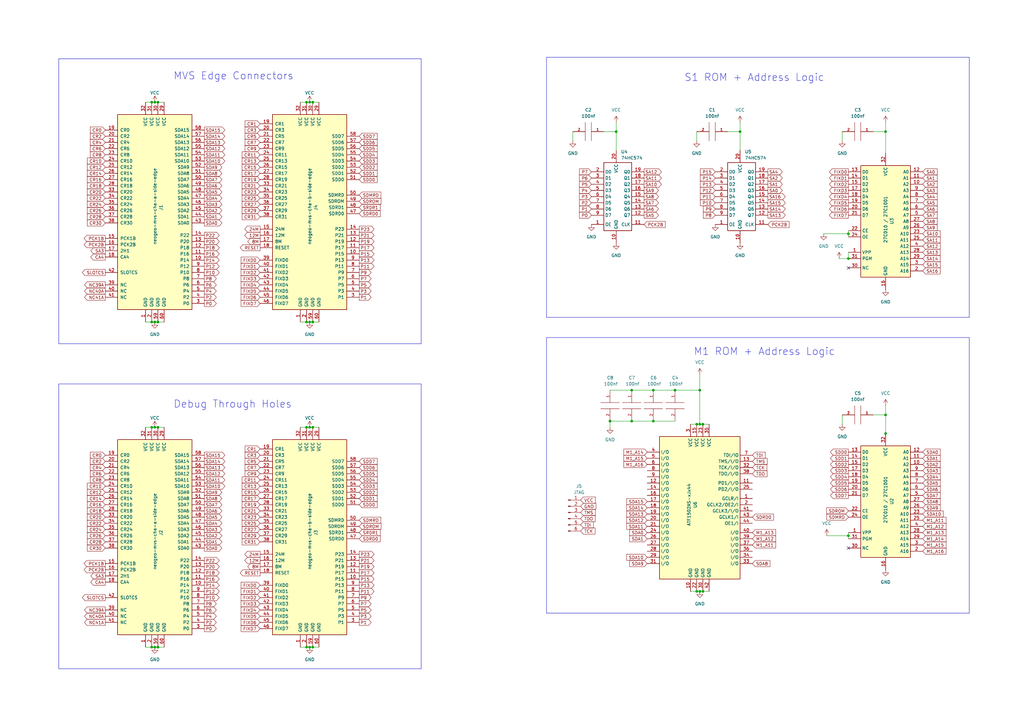
<source format=kicad_sch>
(kicad_sch (version 20230121) (generator eeschema)
  (paper "A3")
  (title_block (title "Neo Geo Diag MVS CHA Board (ATF1502AS PLCC44)") (date "${REV}") (rev "${REV}"))
  (junction (at 363.22 53.975))
  (junction (at 127 265.43))
  (junction (at 125.73 265.43))
  (junction (at 287.02 173.99))
  (junction (at 64.77 265.43))
  (junction (at 285.75 242.57))
  (junction (at 287.02 242.57))
  (junction (at 259.08 160.02))
  (junction (at 127 175.26))
  (junction (at 303.53 53.975))
  (junction (at 62.23 175.26))
  (junction (at 276.86 160.02))
  (junction (at 252.73 53.975))
  (junction (at 63.5 175.26))
  (junction (at 259.08 172.72))
  (junction (at 347.98 106.045))
  (junction (at 288.29 242.57))
  (junction (at 64.77 132.08))
  (junction (at 347.98 219.71))
  (junction (at 63.5 41.91))
  (junction (at 127 41.91))
  (junction (at 64.77 175.26))
  (junction (at 267.97 172.72))
  (junction (at 287.02 160.02))
  (junction (at 128.27 132.08))
  (junction (at 347.98 95.885))
  (junction (at 125.73 132.08))
  (junction (at 63.5 265.43))
  (junction (at 363.22 170.18))
  (junction (at 64.77 41.91))
  (junction (at 128.27 175.26))
  (junction (at 267.97 160.02))
  (junction (at 62.23 132.08))
  (junction (at 63.5 132.08))
  (junction (at 128.27 41.91))
  (junction (at 363.22 177.8))
  (junction (at 62.23 41.91))
  (junction (at 127 132.08))
  (junction (at 128.27 265.43))
  (junction (at 125.73 41.91))
  (junction (at 125.73 175.26))
  (junction (at 62.23 265.43))
  (junction (at 288.29 173.99))
  (junction (at 250.19 172.72))
  (junction (at 285.75 173.99))
  (no_connect (at 347.98 109.855))
  (no_connect (at 347.98 224.79))
  (polyline (pts (xy 224.155 130.175) (xy 397.51 130.175)) (stroke (width 0) (type solid)))
  (polyline (pts (xy 24.13 157.48) (xy 172.72 157.48)) (stroke (width 0) (type solid)))
  (wire (pts (xy 128.27 175.26) (xy 130.81 175.26)))
  (wire (pts (xy 123.19 41.91) (xy 125.73 41.91)))
  (wire (pts (xy 337.82 95.885) (xy 347.98 95.885)))
  (polyline (pts (xy 172.72 274.32) (xy 24.13 274.32)) (stroke (width 0) (type solid)))
  (wire (pts (xy 128.27 41.91) (xy 130.81 41.91)))
  (wire (pts (xy 363.22 53.975) (xy 363.22 62.865)))
  (wire (pts (xy 123.19 265.43) (xy 125.73 265.43)))
  (wire (pts (xy 123.19 175.26) (xy 125.73 175.26)))
  (wire (pts (xy 63.5 41.91) (xy 64.77 41.91)))
  (wire (pts (xy 347.98 94.615) (xy 347.98 95.885)))
  (wire (pts (xy 283.21 173.99) (xy 285.75 173.99)))
  (wire (pts (xy 127 41.91) (xy 128.27 41.91)))
  (wire (pts (xy 62.23 175.26) (xy 63.5 175.26)))
  (wire (pts (xy 59.69 175.26) (xy 62.23 175.26)))
  (wire (pts (xy 285.75 53.975) (xy 285.75 57.785)))
  (wire (pts (xy 250.19 172.72) (xy 259.08 172.72)))
  (polyline (pts (xy 224.155 251.46) (xy 224.155 138.43)) (stroke (width 0) (type solid)))
  (wire (pts (xy 345.44 170.18) (xy 345.44 173.99)))
  (wire (pts (xy 125.73 132.08) (xy 127 132.08)))
  (wire (pts (xy 287.02 173.99) (xy 288.29 173.99)))
  (wire (pts (xy 288.29 242.57) (xy 290.83 242.57)))
  (wire (pts (xy 358.14 170.18) (xy 363.22 170.18)))
  (wire (pts (xy 358.14 53.975) (xy 363.22 53.975)))
  (wire (pts (xy 62.23 265.43) (xy 63.5 265.43)))
  (polyline (pts (xy 24.13 24.13) (xy 24.13 140.97)) (stroke (width 0) (type solid)))
  (wire (pts (xy 125.73 265.43) (xy 127 265.43)))
  (wire (pts (xy 259.08 172.72) (xy 267.97 172.72)))
  (polyline (pts (xy 397.51 130.175) (xy 397.51 23.495)) (stroke (width 0) (type solid)))
  (polyline (pts (xy 24.13 24.13) (xy 172.72 24.13)) (stroke (width 0) (type solid)))
  (wire (pts (xy 252.73 50.165) (xy 252.73 53.975)))
  (wire (pts (xy 64.77 41.91) (xy 67.31 41.91)))
  (wire (pts (xy 247.65 53.975) (xy 252.73 53.975)))
  (wire (pts (xy 127 175.26) (xy 128.27 175.26)))
  (polyline (pts (xy 224.155 130.175) (xy 224.155 23.495)) (stroke (width 0) (type solid)))
  (wire (pts (xy 363.22 166.37) (xy 363.22 170.18)))
  (wire (pts (xy 62.23 41.91) (xy 63.5 41.91)))
  (polyline (pts (xy 172.72 157.48) (xy 172.72 274.32)) (stroke (width 0) (type solid)))
  (wire (pts (xy 63.5 265.43) (xy 64.77 265.43)))
  (wire (pts (xy 127 265.43) (xy 128.27 265.43)))
  (wire (pts (xy 125.73 41.91) (xy 127 41.91)))
  (wire (pts (xy 303.53 53.975) (xy 303.53 61.595)))
  (wire (pts (xy 59.69 265.43) (xy 62.23 265.43)))
  (wire (pts (xy 283.21 242.57) (xy 285.75 242.57)))
  (wire (pts (xy 347.98 218.44) (xy 347.98 219.71)))
  (polyline (pts (xy 224.155 251.46) (xy 397.51 251.46)) (stroke (width 0) (type solid)))
  (wire (pts (xy 259.08 160.02) (xy 267.97 160.02)))
  (wire (pts (xy 347.98 219.71) (xy 347.98 220.98)))
  (wire (pts (xy 64.77 132.08) (xy 67.31 132.08)))
  (wire (pts (xy 285.75 242.57) (xy 287.02 242.57)))
  (wire (pts (xy 287.02 160.02) (xy 287.02 173.99)))
  (wire (pts (xy 345.44 53.975) (xy 345.44 57.785)))
  (wire (pts (xy 287.02 242.57) (xy 288.29 242.57)))
  (wire (pts (xy 128.27 265.43) (xy 130.81 265.43)))
  (polyline (pts (xy 224.155 138.43) (xy 397.51 138.43)) (stroke (width 0) (type solid)))
  (wire (pts (xy 347.98 95.885) (xy 347.98 97.155)))
  (wire (pts (xy 125.73 175.26) (xy 127 175.26)))
  (wire (pts (xy 363.22 50.165) (xy 363.22 53.975)))
  (wire (pts (xy 347.98 103.505) (xy 347.98 106.045)))
  (wire (pts (xy 63.5 132.08) (xy 64.77 132.08)))
  (polyline (pts (xy 172.72 140.97) (xy 24.13 140.97)) (stroke (width 0) (type solid)))
  (wire (pts (xy 285.75 173.99) (xy 287.02 173.99)))
  (wire (pts (xy 363.22 177.8) (xy 363.22 179.07)))
  (wire (pts (xy 59.69 41.91) (xy 62.23 41.91)))
  (wire (pts (xy 63.5 175.26) (xy 64.77 175.26)))
  (wire (pts (xy 252.73 53.975) (xy 252.73 61.595)))
  (wire (pts (xy 250.19 160.02) (xy 259.08 160.02)))
  (wire (pts (xy 234.95 53.975) (xy 234.95 57.785)))
  (polyline (pts (xy 172.72 24.13) (xy 172.72 140.97)) (stroke (width 0) (type solid)))
  (wire (pts (xy 128.27 132.08) (xy 130.81 132.08)))
  (wire (pts (xy 123.19 132.08) (xy 125.73 132.08)))
  (wire (pts (xy 303.53 50.165) (xy 303.53 53.975)))
  (wire (pts (xy 250.19 172.72) (xy 250.19 175.26)))
  (polyline (pts (xy 397.51 251.46) (xy 397.51 138.43)) (stroke (width 0) (type solid)))
  (wire (pts (xy 298.45 53.975) (xy 303.53 53.975)))
  (wire (pts (xy 64.77 265.43) (xy 67.31 265.43)))
  (wire (pts (xy 276.86 160.02) (xy 287.02 160.02)))
  (wire (pts (xy 287.02 153.67) (xy 287.02 160.02)))
  (wire (pts (xy 363.22 170.18) (xy 363.22 177.8)))
  (wire (pts (xy 62.23 132.08) (xy 63.5 132.08)))
  (wire (pts (xy 59.69 132.08) (xy 62.23 132.08)))
  (wire (pts (xy 127 132.08) (xy 128.27 132.08)))
  (wire (pts (xy 267.97 160.02) (xy 276.86 160.02)))
  (wire (pts (xy 339.09 219.71) (xy 347.98 219.71)))
  (polyline (pts (xy 24.13 157.48) (xy 24.13 274.32)) (stroke (width 0) (type solid)))
  (wire (pts (xy 64.77 175.26) (xy 67.31 175.26)))
  (wire (pts (xy 267.97 172.72) (xy 276.86 172.72)))
  (wire (pts (xy 288.29 173.99) (xy 290.83 173.99)))
  (wire (pts (xy 344.17 106.045) (xy 347.98 106.045)))
  (polyline (pts (xy 224.155 23.495) (xy 397.51 23.495)) (stroke (width 0) (type solid)))
  (text "Debug Through Holes" (at 71.12 167.64 0) (effects (font (size 3 3)) (justify left bottom)))
  (text "MVS Edge Connectors" (at 71.12 33.02 0) (effects (font (size 3 3)) (justify left bottom)))
  (text "S1 ROM + Address Logic" (at 280.67 33.655 0) (effects (font (size 3 3)) (justify left bottom)))
  (text "M1 ROM + Address Logic" (at 284.48 146.05 0) (effects (font (size 3 3)) (justify left bottom)))
  (global_label "P5" (shape output) (at 147.32 250.19 0) (property "Intersheetrefs" "${INTERSHEET_REFS}" (effects hide)))
  (global_label "P10" (shape input) (at 293.37 83.185 180) (property "Intersheetrefs" "${INTERSHEET_REFS}" (effects hide)))
  (global_label "P14" (shape output) (at 83.82 106.68 0) (property "Intersheetrefs" "${INTERSHEET_REFS}" (effects hide)))
  (global_label "P18" (shape output) (at 83.82 234.95 0) (property "Intersheetrefs" "${INTERSHEET_REFS}" (effects hide)))
  (global_label "P0" (shape output) (at 83.82 257.81 0) (property "Intersheetrefs" "${INTERSHEET_REFS}" (effects hide)))
  (global_label "SDA0" (shape output) (at 83.82 224.79 0) (property "Intersheetrefs" "${INTERSHEET_REFS}" (effects hide)))
  (global_label "SDD5" (shape input) (at 147.32 60.96 0) (property "Intersheetrefs" "${INTERSHEET_REFS}" (effects hide)))
  (global_label "FIXD3" (shape input) (at 106.68 114.3 180) (property "Intersheetrefs" "${INTERSHEET_REFS}" (effects hide)))
  (global_label "CR22" (shape input) (at 43.18 214.63 180) (property "Intersheetrefs" "${INTERSHEET_REFS}" (effects hide)))
  (global_label "SDD0" (shape input) (at 147.32 207.01 0) (property "Intersheetrefs" "${INTERSHEET_REFS}" (effects hide)))
  (global_label "CR29" (shape input) (at 106.68 219.71 180) (property "Intersheetrefs" "${INTERSHEET_REFS}" (effects hide)))
  (global_label "SA10" (shape output) (at 264.16 75.565 0) (property "Intersheetrefs" "${INTERSHEET_REFS}" (effects hide)))
  (global_label "FIXD1" (shape input) (at 106.68 242.57 180) (property "Intersheetrefs" "${INTERSHEET_REFS}" (effects hide)))
  (global_label "CR12" (shape input) (at 43.18 201.93 180) (property "Intersheetrefs" "${INTERSHEET_REFS}" (effects hide)))
  (global_label "M1_A11" (shape input) (at 308.61 223.52 0) (property "Intersheetrefs" "${INTERSHEET_REFS}" (effects hide)))
  (global_label "P6" (shape output) (at 83.82 250.19 0) (property "Intersheetrefs" "${INTERSHEET_REFS}" (effects hide)))
  (global_label "P19" (shape output) (at 147.32 99.06 0) (property "Intersheetrefs" "${INTERSHEET_REFS}" (effects hide)))
  (global_label "SA13" (shape input) (at 378.46 103.505 0) (property "Intersheetrefs" "${INTERSHEET_REFS}" (effects hide)))
  (global_label "FIXD1" (shape input) (at 106.68 109.22 180) (property "Intersheetrefs" "${INTERSHEET_REFS}" (effects hide)))
  (global_label "P15" (shape output) (at 147.32 104.14 0) (property "Intersheetrefs" "${INTERSHEET_REFS}" (effects hide)))
  (global_label "8M" (shape output) (at 106.68 99.06 180) (property "Intersheetrefs" "${INTERSHEET_REFS}" (effects hide)))
  (global_label "SDROM" (shape input) (at 347.98 209.55 180) (property "Intersheetrefs" "${INTERSHEET_REFS}" (effects hide)))
  (global_label "CR11" (shape input) (at 106.68 63.5 180) (property "Intersheetrefs" "${INTERSHEET_REFS}" (effects hide)))
  (global_label "P23" (shape output) (at 147.32 93.98 0) (property "Intersheetrefs" "${INTERSHEET_REFS}" (effects hide)))
  (global_label "SDD0" (shape output) (at 347.98 185.42 180) (property "Intersheetrefs" "${INTERSHEET_REFS}" (effects hide)))
  (global_label "NC41A" (shape output) (at 43.18 121.92 180) (property "Intersheetrefs" "${INTERSHEET_REFS}" (effects hide)))
  (global_label "SDD4" (shape input) (at 147.32 63.5 0) (property "Intersheetrefs" "${INTERSHEET_REFS}" (effects hide)))
  (global_label "CA4" (shape output) (at 43.18 238.76 180) (property "Intersheetrefs" "${INTERSHEET_REFS}" (effects hide)))
  (global_label "CR0" (shape input) (at 43.18 53.34 180) (property "Intersheetrefs" "${INTERSHEET_REFS}" (effects hide)))
  (global_label "FIXD2" (shape output) (at 347.98 75.565 180) (property "Intersheetrefs" "${INTERSHEET_REFS}" (effects hide)))
  (global_label "FIXD2" (shape input) (at 106.68 245.11 180) (property "Intersheetrefs" "${INTERSHEET_REFS}" (effects hide)))
  (global_label "RESET" (shape output) (at 106.68 101.6 180) (property "Intersheetrefs" "${INTERSHEET_REFS}" (effects hide)))
  (global_label "FIXD4" (shape input) (at 106.68 250.19 180) (property "Intersheetrefs" "${INTERSHEET_REFS}" (effects hide)))
  (global_label "CR10" (shape input) (at 43.18 66.04 180) (property "Intersheetrefs" "${INTERSHEET_REFS}" (effects hide)))
  (global_label "CR1" (shape input) (at 106.68 50.8 180) (property "Intersheetrefs" "${INTERSHEET_REFS}" (effects hide)))
  (global_label "M1_A13" (shape input) (at 378.46 218.44 0) (property "Intersheetrefs" "${INTERSHEET_REFS}" (effects hide)))
  (global_label "M1_A12" (shape input) (at 378.46 215.9 0) (property "Intersheetrefs" "${INTERSHEET_REFS}" (effects hide)))
  (global_label "SA15" (shape output) (at 314.96 83.185 0) (property "Intersheetrefs" "${INTERSHEET_REFS}" (effects hide)))
  (global_label "CR24" (shape input) (at 43.18 217.17 180) (property "Intersheetrefs" "${INTERSHEET_REFS}" (effects hide)))
  (global_label "SDA0" (shape output) (at 83.82 91.44 0) (property "Intersheetrefs" "${INTERSHEET_REFS}" (effects hide)))
  (global_label "TMS" (shape input) (at 238.125 210.185 0) (property "Intersheetrefs" "${INTERSHEET_REFS}" (effects hide)))
  (global_label "SA3" (shape output) (at 43.18 102.87 180) (property "Intersheetrefs" "${INTERSHEET_REFS}" (effects hide)))
  (global_label "CR18" (shape input) (at 43.18 209.55 180) (property "Intersheetrefs" "${INTERSHEET_REFS}" (effects hide)))
  (global_label "SDA10" (shape input) (at 378.46 210.82 0) (property "Intersheetrefs" "${INTERSHEET_REFS}" (effects hide)))
  (global_label "NC39A" (shape output) (at 43.18 116.84 180) (property "Intersheetrefs" "${INTERSHEET_REFS}" (effects hide)))
  (global_label "SA13" (shape output) (at 314.96 88.265 0) (property "Intersheetrefs" "${INTERSHEET_REFS}" (effects hide)))
  (global_label "CR11" (shape input) (at 106.68 196.85 180) (property "Intersheetrefs" "${INTERSHEET_REFS}" (effects hide)))
  (global_label "P14" (shape output) (at 83.82 240.03 0) (property "Intersheetrefs" "${INTERSHEET_REFS}" (effects hide)))
  (global_label "SDD5" (shape input) (at 147.32 194.31 0) (property "Intersheetrefs" "${INTERSHEET_REFS}" (effects hide)))
  (global_label "SRDR1" (shape input) (at 147.32 218.44 0) (property "Intersheetrefs" "${INTERSHEET_REFS}" (effects hide)))
  (global_label "SDA10" (shape output) (at 83.82 66.04 0) (property "Intersheetrefs" "${INTERSHEET_REFS}" (effects hide)))
  (global_label "PCK2B" (shape output) (at 43.18 100.33 180) (property "Intersheetrefs" "${INTERSHEET_REFS}" (effects hide)))
  (global_label "P20" (shape output) (at 83.82 232.41 0) (property "Intersheetrefs" "${INTERSHEET_REFS}" (effects hide)))
  (global_label "24M" (shape output) (at 106.68 227.33 180) (property "Intersheetrefs" "${INTERSHEET_REFS}" (effects hide)))
  (global_label "M1_A14" (shape input) (at 378.46 220.98 0) (property "Intersheetrefs" "${INTERSHEET_REFS}" (effects hide)))
  (global_label "SA3" (shape output) (at 43.18 236.22 180) (property "Intersheetrefs" "${INTERSHEET_REFS}" (effects hide)))
  (global_label "SA3" (shape input) (at 378.46 78.105 0) (property "Intersheetrefs" "${INTERSHEET_REFS}" (effects hide)))
  (global_label "SDD1" (shape input) (at 147.32 204.47 0) (property "Intersheetrefs" "${INTERSHEET_REFS}" (effects hide)))
  (global_label "TDI" (shape input) (at 238.125 215.265 0) (property "Intersheetrefs" "${INTERSHEET_REFS}" (effects hide)))
  (global_label "SA8" (shape input) (at 378.46 90.805 0) (property "Intersheetrefs" "${INTERSHEET_REFS}" (effects hide)))
  (global_label "P12" (shape output) (at 83.82 242.57 0) (property "Intersheetrefs" "${INTERSHEET_REFS}" (effects hide)))
  (global_label "SDA15" (shape output) (at 83.82 186.69 0) (property "Intersheetrefs" "${INTERSHEET_REFS}" (effects hide)))
  (global_label "CR1" (shape input) (at 106.68 184.15 180) (property "Intersheetrefs" "${INTERSHEET_REFS}" (effects hide)))
  (global_label "SA12" (shape input) (at 378.46 100.965 0) (property "Intersheetrefs" "${INTERSHEET_REFS}" (effects hide)))
  (global_label "CR20" (shape input) (at 43.18 78.74 180) (property "Intersheetrefs" "${INTERSHEET_REFS}" (effects hide)))
  (global_label "CR29" (shape input) (at 106.68 86.36 180) (property "Intersheetrefs" "${INTERSHEET_REFS}" (effects hide)))
  (global_label "SDRD0" (shape input) (at 147.32 220.98 0) (property "Intersheetrefs" "${INTERSHEET_REFS}" (effects hide)))
  (global_label "FIXD6" (shape input) (at 106.68 255.27 180) (property "Intersheetrefs" "${INTERSHEET_REFS}" (effects hide)))
  (global_label "FIXD5" (shape input) (at 106.68 252.73 180) (property "Intersheetrefs" "${INTERSHEET_REFS}" (effects hide)))
  (global_label "SA0" (shape input) (at 378.46 70.485 0) (property "Intersheetrefs" "${INTERSHEET_REFS}" (effects hide)))
  (global_label "12M" (shape output) (at 106.68 96.52 180) (property "Intersheetrefs" "${INTERSHEET_REFS}" (effects hide)))
  (global_label "CR17" (shape input) (at 106.68 204.47 180) (property "Intersheetrefs" "${INTERSHEET_REFS}" (effects hide)))
  (global_label "CR6" (shape input) (at 43.18 60.96 180) (property "Intersheetrefs" "${INTERSHEET_REFS}" (effects hide)))
  (global_label "SDA7" (shape input) (at 378.46 203.2 0) (property "Intersheetrefs" "${INTERSHEET_REFS}" (effects hide)))
  (global_label "CR30" (shape input) (at 43.18 91.44 180) (property "Intersheetrefs" "${INTERSHEET_REFS}" (effects hide)))
  (global_label "SDA0" (shape input) (at 265.43 218.44 180) (property "Intersheetrefs" "${INTERSHEET_REFS}" (effects hide)))
  (global_label "CR13" (shape input) (at 106.68 199.39 180) (property "Intersheetrefs" "${INTERSHEET_REFS}" (effects hide)))
  (global_label "P1" (shape output) (at 147.32 121.92 0) (property "Intersheetrefs" "${INTERSHEET_REFS}" (effects hide)))
  (global_label "CR4" (shape input) (at 43.18 191.77 180) (property "Intersheetrefs" "${INTERSHEET_REFS}" (effects hide)))
  (global_label "CR21" (shape input) (at 106.68 209.55 180) (property "Intersheetrefs" "${INTERSHEET_REFS}" (effects hide)))
  (global_label "SDA5" (shape output) (at 83.82 212.09 0) (property "Intersheetrefs" "${INTERSHEET_REFS}" (effects hide)))
  (global_label "CR28" (shape input) (at 43.18 222.25 180) (property "Intersheetrefs" "${INTERSHEET_REFS}" (effects hide)))
  (global_label "SA14" (shape input) (at 378.46 106.045 0) (property "Intersheetrefs" "${INTERSHEET_REFS}" (effects hide)))
  (global_label "SA10" (shape input) (at 378.46 95.885 0) (property "Intersheetrefs" "${INTERSHEET_REFS}" (effects hide)))
  (global_label "CR6" (shape input) (at 43.18 194.31 180) (property "Intersheetrefs" "${INTERSHEET_REFS}" (effects hide)))
  (global_label "PCK1B" (shape output) (at 43.18 231.14 180) (property "Intersheetrefs" "${INTERSHEET_REFS}" (effects hide)))
  (global_label "CR8" (shape input) (at 43.18 196.85 180) (property "Intersheetrefs" "${INTERSHEET_REFS}" (effects hide)))
  (global_label "SA2" (shape input) (at 378.46 75.565 0) (property "Intersheetrefs" "${INTERSHEET_REFS}" (effects hide)))
  (global_label "SDD6" (shape input) (at 147.32 58.42 0) (property "Intersheetrefs" "${INTERSHEET_REFS}" (effects hide)))
  (global_label "SDA3" (shape output) (at 83.82 217.17 0) (property "Intersheetrefs" "${INTERSHEET_REFS}" (effects hide)))
  (global_label "P2" (shape input) (at 242.57 83.185 180) (property "Intersheetrefs" "${INTERSHEET_REFS}" (effects hide)))
  (global_label "FIXD1" (shape output) (at 347.98 73.025 180) (property "Intersheetrefs" "${INTERSHEET_REFS}" (effects hide)))
  (global_label "NC40A" (shape output) (at 43.18 252.73 180) (property "Intersheetrefs" "${INTERSHEET_REFS}" (effects hide)))
  (global_label "CR24" (shape input) (at 43.18 83.82 180) (property "Intersheetrefs" "${INTERSHEET_REFS}" (effects hide)))
  (global_label "SLOTCS" (shape output) (at 43.18 245.11 180) (property "Intersheetrefs" "${INTERSHEET_REFS}" (effects hide)))
  (global_label "SA4" (shape output) (at 314.96 70.485 0) (property "Intersheetrefs" "${INTERSHEET_REFS}" (effects hide)))
  (global_label "CR28" (shape input) (at 43.18 88.9 180) (property "Intersheetrefs" "${INTERSHEET_REFS}" (effects hide)))
  (global_label "CR2" (shape input) (at 43.18 55.88 180) (property "Intersheetrefs" "${INTERSHEET_REFS}" (effects hide)))
  (global_label "SDA7" (shape output) (at 83.82 73.66 0) (property "Intersheetrefs" "${INTERSHEET_REFS}" (effects hide)))
  (global_label "TCK" (shape input) (at 238.125 217.805 0) (property "Intersheetrefs" "${INTERSHEET_REFS}" (effects hide)))
  (global_label "P17" (shape output) (at 147.32 101.6 0) (property "Intersheetrefs" "${INTERSHEET_REFS}" (effects hide)))
  (global_label "SDD1" (shape output) (at 347.98 187.96 180) (property "Intersheetrefs" "${INTERSHEET_REFS}" (effects hide)))
  (global_label "P10" (shape output) (at 83.82 245.11 0) (property "Intersheetrefs" "${INTERSHEET_REFS}" (effects hide)))
  (global_label "M1_A15" (shape input) (at 378.46 223.52 0) (property "Intersheetrefs" "${INTERSHEET_REFS}" (effects hide)))
  (global_label "SA9" (shape input) (at 378.46 93.345 0) (property "Intersheetrefs" "${INTERSHEET_REFS}" (effects hide)))
  (global_label "SDA14" (shape input) (at 265.43 208.28 180) (property "Intersheetrefs" "${INTERSHEET_REFS}" (effects hide)))
  (global_label "SDA12" (shape input) (at 265.43 213.36 180) (property "Intersheetrefs" "${INTERSHEET_REFS}" (effects hide)))
  (global_label "SDA8" (shape output) (at 83.82 71.12 0) (property "Intersheetrefs" "${INTERSHEET_REFS}" (effects hide)))
  (global_label "CR26" (shape input) (at 43.18 86.36 180) (property "Intersheetrefs" "${INTERSHEET_REFS}" (effects hide)))
  (global_label "SDA11" (shape output) (at 83.82 63.5 0) (property "Intersheetrefs" "${INTERSHEET_REFS}" (effects hide)))
  (global_label "CR20" (shape input) (at 43.18 212.09 180) (property "Intersheetrefs" "${INTERSHEET_REFS}" (effects hide)))
  (global_label "FIXD3" (shape output) (at 347.98 78.105 180) (property "Intersheetrefs" "${INTERSHEET_REFS}" (effects hide)))
  (global_label "P6" (shape input) (at 242.57 73.025 180) (property "Intersheetrefs" "${INTERSHEET_REFS}" (effects hide)))
  (global_label "GND" (shape input) (at 238.125 207.645 0) (property "Intersheetrefs" "${INTERSHEET_REFS}" (effects hide)))
  (global_label "SLOTCS" (shape output) (at 43.18 111.76 180) (property "Intersheetrefs" "${INTERSHEET_REFS}" (effects hide)))
  (global_label "CR16" (shape input) (at 43.18 207.01 180) (property "Intersheetrefs" "${INTERSHEET_REFS}" (effects hide)))
  (global_label "SDA10" (shape input) (at 265.43 228.6 180) (property "Intersheetrefs" "${INTERSHEET_REFS}" (effects hide)))
  (global_label "SA5" (shape input) (at 378.46 83.185 0) (property "Intersheetrefs" "${INTERSHEET_REFS}" (effects hide)))
  (global_label "P9" (shape output) (at 147.32 245.11 0) (property "Intersheetrefs" "${INTERSHEET_REFS}" (effects hide)))
  (global_label "SDA6" (shape output) (at 83.82 209.55 0) (property "Intersheetrefs" "${INTERSHEET_REFS}" (effects hide)))
  (global_label "SDA13" (shape input) (at 265.43 210.82 180) (property "Intersheetrefs" "${INTERSHEET_REFS}" (effects hide)))
  (global_label "SDA9" (shape output) (at 83.82 201.93 0) (property "Intersheetrefs" "${INTERSHEET_REFS}" (effects hide)))
  (global_label "SDA6" (shape input) (at 378.46 200.66 0) (property "Intersheetrefs" "${INTERSHEET_REFS}" (effects hide)))
  (global_label "VCC" (shape input) (at 238.125 205.105 0) (property "Intersheetrefs" "${INTERSHEET_REFS}" (effects hide)))
  (global_label "CR14" (shape input) (at 43.18 71.12 180) (property "Intersheetrefs" "${INTERSHEET_REFS}" (effects hide)))
  (global_label "SDD0" (shape input) (at 147.32 73.66 0) (property "Intersheetrefs" "${INTERSHEET_REFS}" (effects hide)))
  (global_label "SDD5" (shape output) (at 347.98 198.12 180) (property "Intersheetrefs" "${INTERSHEET_REFS}" (effects hide)))
  (global_label "CR15" (shape input) (at 106.68 68.58 180) (property "Intersheetrefs" "${INTERSHEET_REFS}" (effects hide)))
  (global_label "P4" (shape input) (at 242.57 78.105 180) (property "Intersheetrefs" "${INTERSHEET_REFS}" (effects hide)))
  (global_label "SA8" (shape output) (at 264.16 80.645 0) (property "Intersheetrefs" "${INTERSHEET_REFS}" (effects hide)))
  (global_label "CR0" (shape input) (at 43.18 186.69 180) (property "Intersheetrefs" "${INTERSHEET_REFS}" (effects hide)))
  (global_label "FIXD6" (shape input) (at 106.68 121.92 180) (property "Intersheetrefs" "${INTERSHEET_REFS}" (effects hide)))
  (global_label "FIXD0" (shape output) (at 347.98 70.485 180) (property "Intersheetrefs" "${INTERSHEET_REFS}" (effects hide)))
  (global_label "FIXD5" (shape input) (at 106.68 119.38 180) (property "Intersheetrefs" "${INTERSHEET_REFS}" (effects hide)))
  (global_label "SDD2" (shape input) (at 147.32 201.93 0) (property "Intersheetrefs" "${INTERSHEET_REFS}" (effects hide)))
  (global_label "SDA13" (shape output) (at 83.82 58.42 0) (property "Intersheetrefs" "${INTERSHEET_REFS}" (effects hide)))
  (global_label "TMS" (shape input) (at 308.61 189.23 0) (property "Intersheetrefs" "${INTERSHEET_REFS}" (effects hide)))
  (global_label "SDA11" (shape input) (at 265.43 215.9 180) (property "Intersheetrefs" "${INTERSHEET_REFS}" (effects hide)))
  (global_label "SA7" (shape input) (at 378.46 88.265 0) (property "Intersheetrefs" "${INTERSHEET_REFS}" (effects hide)))
  (global_label "CR31" (shape input) (at 106.68 88.9 180) (property "Intersheetrefs" "${INTERSHEET_REFS}" (effects hide)))
  (global_label "CR25" (shape input) (at 106.68 214.63 180) (property "Intersheetrefs" "${INTERSHEET_REFS}" (effects hide)))
  (global_label "TDI" (shape input) (at 308.61 186.69 0) (property "Intersheetrefs" "${INTERSHEET_REFS}" (effects hide)))
  (global_label "SDA15" (shape output) (at 83.82 53.34 0) (property "Intersheetrefs" "${INTERSHEET_REFS}" (effects hide)))
  (global_label "CR23" (shape input) (at 106.68 78.74 180) (property "Intersheetrefs" "${INTERSHEET_REFS}" (effects hide)))
  (global_label "RESET" (shape output) (at 106.68 234.95 180) (property "Intersheetrefs" "${INTERSHEET_REFS}" (effects hide)))
  (global_label "CR9" (shape input) (at 106.68 60.96 180) (property "Intersheetrefs" "${INTERSHEET_REFS}" (effects hide)))
  (global_label "P11" (shape input) (at 293.37 80.645 180) (property "Intersheetrefs" "${INTERSHEET_REFS}" (effects hide)))
  (global_label "FIXD5" (shape output) (at 347.98 83.185 180) (property "Intersheetrefs" "${INTERSHEET_REFS}" (effects hide)))
  (global_label "SDA14" (shape output) (at 83.82 189.23 0) (property "Intersheetrefs" "${INTERSHEET_REFS}" (effects hide)))
  (global_label "P3" (shape output) (at 147.32 119.38 0) (property "Intersheetrefs" "${INTERSHEET_REFS}" (effects hide)))
  (global_label "SDA8" (shape output) (at 83.82 204.47 0) (property "Intersheetrefs" "${INTERSHEET_REFS}" (effects hide)))
  (global_label "SDD6" (shape input) (at 147.32 191.77 0) (property "Intersheetrefs" "${INTERSHEET_REFS}" (effects hide)))
  (global_label "CR16" (shape input) (at 43.18 73.66 180) (property "Intersheetrefs" "${INTERSHEET_REFS}" (effects hide)))
  (global_label "P0" (shape input) (at 242.57 88.265 180) (property "Intersheetrefs" "${INTERSHEET_REFS}" (effects hide)))
  (global_label "SDD6" (shape output) (at 347.98 200.66 180) (property "Intersheetrefs" "${INTERSHEET_REFS}" (effects hide)))
  (global_label "PCK1B" (shape output) (at 43.18 97.79 180) (property "Intersheetrefs" "${INTERSHEET_REFS}" (effects hide)))
  (global_label "SDA3" (shape input) (at 378.46 193.04 0) (property "Intersheetrefs" "${INTERSHEET_REFS}" (effects hide)))
  (global_label "CR3" (shape input) (at 106.68 53.34 180) (property "Intersheetrefs" "${INTERSHEET_REFS}" (effects hide)))
  (global_label "SDA0" (shape input) (at 378.46 185.42 0) (property "Intersheetrefs" "${INTERSHEET_REFS}" (effects hide)))
  (global_label "P4" (shape output) (at 83.82 119.38 0) (property "Intersheetrefs" "${INTERSHEET_REFS}" (effects hide)))
  (global_label "M1_A16" (shape input) (at 378.46 226.06 0) (property "Intersheetrefs" "${INTERSHEET_REFS}" (effects hide)))
  (global_label "SA14" (shape output) (at 314.96 85.725 0) (property "Intersheetrefs" "${INTERSHEET_REFS}" (effects hide)))
  (global_label "FIXD7" (shape input) (at 106.68 257.81 180) (property "Intersheetrefs" "${INTERSHEET_REFS}" (effects hide)))
  (global_label "SDA9" (shape output) (at 83.82 68.58 0) (property "Intersheetrefs" "${INTERSHEET_REFS}" (effects hide)))
  (global_label "P3" (shape output) (at 147.32 252.73 0) (property "Intersheetrefs" "${INTERSHEET_REFS}" (effects hide)))
  (global_label "SA16" (shape output) (at 314.96 80.645 0) (property "Intersheetrefs" "${INTERSHEET_REFS}" (effects hide)))
  (global_label "P11" (shape output) (at 147.32 109.22 0) (property "Intersheetrefs" "${INTERSHEET_REFS}" (effects hide)))
  (global_label "CR5" (shape input) (at 106.68 55.88 180) (property "Intersheetrefs" "${INTERSHEET_REFS}" (effects hide)))
  (global_label "FIXD7" (shape input) (at 106.68 124.46 180) (property "Intersheetrefs" "${INTERSHEET_REFS}" (effects hide)))
  (global_label "P6" (shape output) (at 83.82 116.84 0) (property "Intersheetrefs" "${INTERSHEET_REFS}" (effects hide)))
  (global_label "SA1" (shape input) (at 378.46 73.025 0) (property "Intersheetrefs" "${INTERSHEET_REFS}" (effects hide)))
  (global_label "SDD2" (shape output) (at 347.98 190.5 180) (property "Intersheetrefs" "${INTERSHEET_REFS}" (effects hide)))
  (global_label "P19" (shape output) (at 147.32 232.41 0) (property "Intersheetrefs" "${INTERSHEET_REFS}" (effects hide)))
  (global_label "TDO" (shape input) (at 238.125 212.725 0) (property "Intersheetrefs" "${INTERSHEET_REFS}" (effects hide)))
  (global_label "CR22" (shape input) (at 43.18 81.28 180) (property "Intersheetrefs" "${INTERSHEET_REFS}" (effects hide)))
  (global_label "SDROM" (shape input) (at 147.32 82.55 0) (property "Intersheetrefs" "${INTERSHEET_REFS}" (effects hide)))
  (global_label "CR27" (shape input) (at 106.68 83.82 180) (property "Intersheetrefs" "${INTERSHEET_REFS}" (effects hide)))
  (global_label "P22" (shape output) (at 83.82 96.52 0) (property "Intersheetrefs" "${INTERSHEET_REFS}" (effects hide)))
  (global_label "CR12" (shape input) (at 43.18 68.58 180) (property "Intersheetrefs" "${INTERSHEET_REFS}" (effects hide)))
  (global_label "CR25" (shape input) (at 106.68 81.28 180) (property "Intersheetrefs" "${INTERSHEET_REFS}" (effects hide)))
  (global_label "SA1" (shape output) (at 314.96 75.565 0) (property "Intersheetrefs" "${INTERSHEET_REFS}" (effects hide)))
  (global_label "SDRD0" (shape input) (at 308.61 212.09 0) (property "Intersheetrefs" "${INTERSHEET_REFS}" (effects hide)))
  (global_label "SDA5" (shape output) (at 83.82 78.74 0) (property "Intersheetrefs" "${INTERSHEET_REFS}" (effects hide)))
  (global_label "CR19" (shape input) (at 106.68 73.66 180) (property "Intersheetrefs" "${INTERSHEET_REFS}" (effects hide)))
  (global_label "SDA4" (shape input) (at 378.46 195.58 0) (property "Intersheetrefs" "${INTERSHEET_REFS}" (effects hide)))
  (global_label "CR26" (shape input) (at 43.18 219.71 180) (property "Intersheetrefs" "${INTERSHEET_REFS}" (effects hide)))
  (global_label "SDD7" (shape output) (at 347.98 203.2 180) (property "Intersheetrefs" "${INTERSHEET_REFS}" (effects hide)))
  (global_label "SDA10" (shape output) (at 83.82 199.39 0) (property "Intersheetrefs" "${INTERSHEET_REFS}" (effects hide)))
  (global_label "P23" (shape output) (at 147.32 227.33 0) (property "Intersheetrefs" "${INTERSHEET_REFS}" (effects hide)))
  (global_label "12M" (shape output) (at 106.68 229.87 180) (property "Intersheetrefs" "${INTERSHEET_REFS}" (effects hide)))
  (global_label "CR15" (shape input) (at 106.68 201.93 180) (property "Intersheetrefs" "${INTERSHEET_REFS}" (effects hide)))
  (global_label "P17" (shape output) (at 147.32 234.95 0) (property "Intersheetrefs" "${INTERSHEET_REFS}" (effects hide)))
  (global_label "P14" (shape input) (at 293.37 73.025 180) (property "Intersheetrefs" "${INTERSHEET_REFS}" (effects hide)))
  (global_label "P3" (shape input) (at 242.57 80.645 180) (property "Intersheetrefs" "${INTERSHEET_REFS}" (effects hide)))
  (global_label "P12" (shape input) (at 293.37 78.105 180) (property "Intersheetrefs" "${INTERSHEET_REFS}" (effects hide)))
  (global_label "P20" (shape output) (at 83.82 99.06 0) (property "Intersheetrefs" "${INTERSHEET_REFS}" (effects hide)))
  (global_label "SDA12" (shape output) (at 83.82 60.96 0) (property "Intersheetrefs" "${INTERSHEET_REFS}" (effects hide)))
  (global_label "P11" (shape output) (at 147.32 242.57 0) (property "Intersheetrefs" "${INTERSHEET_REFS}" (effects hide)))
  (global_label "P7" (shape input) (at 242.57 70.485 180) (property "Intersheetrefs" "${INTERSHEET_REFS}" (effects hide)))
  (global_label "SA11" (shape input) (at 378.46 98.425 0) (property "Intersheetrefs" "${INTERSHEET_REFS}" (effects hide)))
  (global_label "P9" (shape output) (at 147.32 111.76 0) (property "Intersheetrefs" "${INTERSHEET_REFS}" (effects hide)))
  (global_label "SA2" (shape output) (at 314.96 73.025 0) (property "Intersheetrefs" "${INTERSHEET_REFS}" (effects hide)))
  (global_label "SDD3" (shape input) (at 147.32 199.39 0) (property "Intersheetrefs" "${INTERSHEET_REFS}" (effects hide)))
  (global_label "SA6" (shape output) (at 264.16 85.725 0) (property "Intersheetrefs" "${INTERSHEET_REFS}" (effects hide)))
  (global_label "CR9" (shape input) (at 106.68 194.31 180) (property "Intersheetrefs" "${INTERSHEET_REFS}" (effects hide)))
  (global_label "CR31" (shape input) (at 106.68 222.25 180) (property "Intersheetrefs" "${INTERSHEET_REFS}" (effects hide)))
  (global_label "FIXD3" (shape input) (at 106.68 247.65 180) (property "Intersheetrefs" "${INTERSHEET_REFS}" (effects hide)))
  (global_label "P8" (shape output) (at 83.82 247.65 0) (property "Intersheetrefs" "${INTERSHEET_REFS}" (effects hide)))
  (global_label "PCK2B" (shape input) (at 314.96 92.075 0) (property "Intersheetrefs" "${INTERSHEET_REFS}" (effects hide)))
  (global_label "FIXD2" (shape input) (at 106.68 111.76 180) (property "Intersheetrefs" "${INTERSHEET_REFS}" (effects hide)))
  (global_label "SDD3" (shape output) (at 347.98 193.04 180) (property "Intersheetrefs" "${INTERSHEET_REFS}" (effects hide)))
  (global_label "SDA8" (shape input) (at 378.46 205.74 0) (property "Intersheetrefs" "${INTERSHEET_REFS}" (effects hide)))
  (global_label "SDA2" (shape output) (at 83.82 86.36 0) (property "Intersheetrefs" "${INTERSHEET_REFS}" (effects hide)))
  (global_label "P7" (shape output) (at 147.32 114.3 0) (property "Intersheetrefs" "${INTERSHEET_REFS}" (effects hide)))
  (global_label "FIXD4" (shape output) (at 347.98 80.645 180) (property "Intersheetrefs" "${INTERSHEET_REFS}" (effects hide)))
  (global_label "SDA11" (shape output) (at 83.82 196.85 0) (property "Intersheetrefs" "${INTERSHEET_REFS}" (effects hide)))
  (global_label "P21" (shape output) (at 147.32 96.52 0) (property "Intersheetrefs" "${INTERSHEET_REFS}" (effects hide)))
  (global_label "P16" (shape output) (at 83.82 237.49 0) (property "Intersheetrefs" "${INTERSHEET_REFS}" (effects hide)))
  (global_label "FIXD4" (shape input) (at 106.68 116.84 180) (property "Intersheetrefs" "${INTERSHEET_REFS}" (effects hide)))
  (global_label "NC41A" (shape output) (at 43.18 255.27 180) (property "Intersheetrefs" "${INTERSHEET_REFS}" (effects hide)))
  (global_label "P12" (shape output) (at 83.82 109.22 0) (property "Intersheetrefs" "${INTERSHEET_REFS}" (effects hide)))
  (global_label "P10" (shape output) (at 83.82 111.76 0) (property "Intersheetrefs" "${INTERSHEET_REFS}" (effects hide)))
  (global_label "CR14" (shape input) (at 43.18 204.47 180) (property "Intersheetrefs" "${INTERSHEET_REFS}" (effects hide)))
  (global_label "P1" (shape output) (at 147.32 255.27 0) (property "Intersheetrefs" "${INTERSHEET_REFS}" (effects hide)))
  (global_label "P1" (shape input) (at 242.57 85.725 180) (property "Intersheetrefs" "${INTERSHEET_REFS}" (effects hide)))
  (global_label "SDA4" (shape output) (at 83.82 81.28 0) (property "Intersheetrefs" "${INTERSHEET_REFS}" (effects hide)))
  (global_label "P15" (shape output) (at 147.32 237.49 0) (property "Intersheetrefs" "${INTERSHEET_REFS}" (effects hide)))
  (global_label "CR10" (shape input) (at 43.18 199.39 180) (property "Intersheetrefs" "${INTERSHEET_REFS}" (effects hide)))
  (global_label "SDA3" (shape output) (at 83.82 83.82 0) (property "Intersheetrefs" "${INTERSHEET_REFS}" (effects hide)))
  (global_label "SDD4" (shape input) (at 147.32 196.85 0) (property "Intersheetrefs" "${INTERSHEET_REFS}" (effects hide)))
  (global_label "SDD1" (shape input) (at 147.32 71.12 0) (property "Intersheetrefs" "${INTERSHEET_REFS}" (effects hide)))
  (global_label "M1_A16" (shape input) (at 265.43 190.5 180) (property "Intersheetrefs" "${INTERSHEET_REFS}" (effects hide)))
  (global_label "SA0" (shape output) (at 314.96 78.105 0) (property "Intersheetrefs" "${INTERSHEET_REFS}" (effects hide)))
  (global_label "SDA5" (shape input) (at 378.46 198.12 0) (property "Intersheetrefs" "${INTERSHEET_REFS}" (effects hide)))
  (global_label "SA6" (shape input) (at 378.46 85.725 0) (property "Intersheetrefs" "${INTERSHEET_REFS}" (effects hide)))
  (global_label "P2" (shape output) (at 83.82 121.92 0) (property "Intersheetrefs" "${INTERSHEET_REFS}" (effects hide)))
  (global_label "P13" (shape output) (at 147.32 106.68 0) (property "Intersheetrefs" "${INTERSHEET_REFS}" (effects hide)))
  (global_label "SDMRD" (shape input) (at 347.98 212.09 180) (property "Intersheetrefs" "${INTERSHEET_REFS}" (effects hide)))
  (global_label "SDD2" (shape input) (at 147.32 68.58 0) (property "Intersheetrefs" "${INTERSHEET_REFS}" (effects hide)))
  (global_label "SDMRD" (shape input) (at 147.32 213.36 0) (property "Intersheetrefs" "${INTERSHEET_REFS}" (effects hide)))
  (global_label "CR18" (shape input) (at 43.18 76.2 180) (property "Intersheetrefs" "${INTERSHEET_REFS}" (effects hide)))
  (global_label "SDA14" (shape output) (at 83.82 55.88 0) (property "Intersheetrefs" "${INTERSHEET_REFS}" (effects hide)))
  (global_label "M1_A11" (shape input) (at 378.46 213.36 0) (property "Intersheetrefs" "${INTERSHEET_REFS}" (effects hide)))
  (global_label "SDA2" (shape output) (at 83.82 219.71 0) (property "Intersheetrefs" "${INTERSHEET_REFS}" (effects hide)))
  (global_label "NC39A" (shape output) (at 43.18 250.19 180) (property "Intersheetrefs" "${INTERSHEET_REFS}" (effects hide)))
  (global_label "FIXD6" (shape output) (at 347.98 85.725 180) (property "Intersheetrefs" "${INTERSHEET_REFS}" (effects hide)))
  (global_label "CR2" (shape input) (at 43.18 189.23 180) (property "Intersheetrefs" "${INTERSHEET_REFS}" (effects hide)))
  (global_label "FIXD7" (shape output) (at 347.98 88.265 180) (property "Intersheetrefs" "${INTERSHEET_REFS}" (effects hide)))
  (global_label "CR5" (shape input) (at 106.68 189.23 180) (property "Intersheetrefs" "${INTERSHEET_REFS}" (effects hide)))
  (global_label "P22" (shape output) (at 83.82 229.87 0) (property "Intersheetrefs" "${INTERSHEET_REFS}" (effects hide)))
  (global_label "P9" (shape input) (at 293.37 85.725 180) (property "Intersheetrefs" "${INTERSHEET_REFS}" (effects hide)))
  (global_label "SDD7" (shape input) (at 147.32 189.23 0) (property "Intersheetrefs" "${INTERSHEET_REFS}" (effects hide)))
  (global_label "SDROM" (shape input) (at 147.32 215.9 0) (property "Intersheetrefs" "${INTERSHEET_REFS}" (effects hide)))
  (global_label "SDA8" (shape input) (at 308.61 231.14 0) (property "Intersheetrefs" "${INTERSHEET_REFS}" (effects hide)))
  (global_label "SA4" (shape input) (at 378.46 80.645 0) (property "Intersheetrefs" "${INTERSHEET_REFS}" (effects hide)))
  (global_label "P16" (shape output) (at 83.82 104.14 0) (property "Intersheetrefs" "${INTERSHEET_REFS}" (effects hide)))
  (global_label "FIXD0" (shape input) (at 106.68 106.68 180) (property "Intersheetrefs" "${INTERSHEET_REFS}" (effects hide)))
  (global_label "SDA2" (shape input) (at 378.46 190.5 0) (property "Intersheetrefs" "${INTERSHEET_REFS}" (effects hide)))
  (global_label "CR8" (shape input) (at 43.18 63.5 180) (property "Intersheetrefs" "${INTERSHEET_REFS}" (effects hide)))
  (global_label "M1_A15" (shape input) (at 265.43 187.96 180) (property "Intersheetrefs" "${INTERSHEET_REFS}" (effects hide)))
  (global_label "SA12" (shape output) (at 264.16 70.485 0) (property "Intersheetrefs" "${INTERSHEET_REFS}" (effects hide)))
  (global_label "NC40A" (shape output) (at 43.18 119.38 180) (property "Intersheetrefs" "${INTERSHEET_REFS}" (effects hide)))
  (global_label "CR17" (shape input) (at 106.68 71.12 180) (property "Intersheetrefs" "${INTERSHEET_REFS}" (effects hide)))
  (global_label "M1_A14" (shape input) (at 265.43 185.42 180) (property "Intersheetrefs" "${INTERSHEET_REFS}" (effects hide)))
  (global_label "CR7" (shape input) (at 106.68 58.42 180) (property "Intersheetrefs" "${INTERSHEET_REFS}" (effects hide)))
  (global_label "SDD4" (shape output) (at 347.98 195.58 180) (property "Intersheetrefs" "${INTERSHEET_REFS}" (effects hide)))
  (global_label "SA7" (shape output) (at 264.16 83.185 0) (property "Intersheetrefs" "${INTERSHEET_REFS}" (effects hide)))
  (global_label "SDA1" (shape input) (at 265.43 220.98 180) (property "Intersheetrefs" "${INTERSHEET_REFS}" (effects hide)))
  (global_label "CR19" (shape input) (at 106.68 207.01 180) (property "Intersheetrefs" "${INTERSHEET_REFS}" (effects hide)))
  (global_label "P7" (shape output) (at 147.32 247.65 0) (property "Intersheetrefs" "${INTERSHEET_REFS}" (effects hide)))
  (global_label "P21" (shape output) (at 147.32 229.87 0) (property "Intersheetrefs" "${INTERSHEET_REFS}" (effects hide)))
  (global_label "SDA15" (shape input) (at 265.43 205.74 180) (property "Intersheetrefs" "${INTERSHEET_REFS}" (effects hide)))
  (global_label "P8" (shape output) (at 83.82 114.3 0) (property "Intersheetrefs" "${INTERSHEET_REFS}" (effects hide)))
  (global_label "CR4" (shape input) (at 43.18 58.42 180) (property "Intersheetrefs" "${INTERSHEET_REFS}" (effects hide)))
  (global_label "SDA6" (shape output) (at 83.82 76.2 0) (property "Intersheetrefs" "${INTERSHEET_REFS}" (effects hide)))
  (global_label "SA11" (shape output) (at 264.16 73.025 0) (property "Intersheetrefs" "${INTERSHEET_REFS}" (effects hide)))
  (global_label "SA9" (shape output) (at 264.16 78.105 0) (property "Intersheetrefs" "${INTERSHEET_REFS}" (effects hide)))
  (global_label "SA5" (shape output) (at 264.16 88.265 0) (property "Intersheetrefs" "${INTERSHEET_REFS}" (effects hide)))
  (global_label "P2" (shape output) (at 83.82 255.27 0) (property "Intersheetrefs" "${INTERSHEET_REFS}" (effects hide)))
  (global_label "TCK" (shape input) (at 308.61 191.77 0) (property "Intersheetrefs" "${INTERSHEET_REFS}" (effects hide)))
  (global_label "TDO" (shape input) (at 308.61 194.31 0) (property "Intersheetrefs" "${INTERSHEET_REFS}" (effects hide)))
  (global_label "SDA9" (shape input) (at 265.43 231.14 180) (property "Intersheetrefs" "${INTERSHEET_REFS}" (effects hide)))
  (global_label "CR7" (shape input) (at 106.68 191.77 180) (property "Intersheetrefs" "${INTERSHEET_REFS}" (effects hide)))
  (global_label "FIXD0" (shape input) (at 106.68 240.03 180) (property "Intersheetrefs" "${INTERSHEET_REFS}" (effects hide)))
  (global_label "CR21" (shape input) (at 106.68 76.2 180) (property "Intersheetrefs" "${INTERSHEET_REFS}" (effects hide)))
  (global_label "24M" (shape output) (at 106.68 93.98 180) (property "Intersheetrefs" "${INTERSHEET_REFS}" (effects hide)))
  (global_label "8M" (shape output) (at 106.68 232.41 180) (property "Intersheetrefs" "${INTERSHEET_REFS}" (effects hide)))
  (global_label "SDA7" (shape output) (at 83.82 207.01 0) (property "Intersheetrefs" "${INTERSHEET_REFS}" (effects hide)))
  (global_label "SDMRD" (shape input) (at 147.32 80.01 0) (property "Intersheetrefs" "${INTERSHEET_REFS}" (effects hide)))
  (global_label "SDA1" (shape output) (at 83.82 88.9 0) (property "Intersheetrefs" "${INTERSHEET_REFS}" (effects hide)))
  (global_label "PCK2B" (shape output) (at 43.18 233.68 180) (property "Intersheetrefs" "${INTERSHEET_REFS}" (effects hide)))
  (global_label "SDA12" (shape output) (at 83.82 194.31 0) (property "Intersheetrefs" "${INTERSHEET_REFS}" (effects hide)))
  (global_label "SDA4" (shape output) (at 83.82 214.63 0) (property "Intersheetrefs" "${INTERSHEET_REFS}" (effects hide)))
  (global_label "CA4" (shape output) (at 43.18 105.41 180) (property "Intersheetrefs" "${INTERSHEET_REFS}" (effects hide)))
  (global_label "P13" (shape output) (at 147.32 240.03 0) (property "Intersheetrefs" "${INTERSHEET_REFS}" (effects hide)))
  (global_label "P5" (shape output) (at 147.32 116.84 0) (property "Intersheetrefs" "${INTERSHEET_REFS}" (effects hide)))
  (global_label "P5" (shape input) (at 242.57 75.565 180) (property "Intersheetrefs" "${INTERSHEET_REFS}" (effects hide)))
  (global_label "PCK2B" (shape input) (at 264.16 92.075 0) (property "Intersheetrefs" "${INTERSHEET_REFS}" (effects hide)))
  (global_label "CR27" (shape input) (at 106.68 217.17 180) (property "Intersheetrefs" "${INTERSHEET_REFS}" (effects hide)))
  (global_label "P8" (shape input) (at 293.37 88.265 180) (property "Intersheetrefs" "${INTERSHEET_REFS}" (effects hide)))
  (global_label "P0" (shape output) (at 83.82 124.46 0) (property "Intersheetrefs" "${INTERSHEET_REFS}" (effects hide)))
  (global_label "M1_A13" (shape input) (at 308.61 218.44 0) (property "Intersheetrefs" "${INTERSHEET_REFS}" (effects hide)))
  (global_label "CR30" (shape input) (at 43.18 224.79 180) (property "Intersheetrefs" "${INTERSHEET_REFS}" (effects hide)))
  (global_label "M1_A12" (shape input) (at 308.61 220.98 0) (property "Intersheetrefs" "${INTERSHEET_REFS}" (effects hide)))
  (global_label "P18" (shape output) (at 83.82 101.6 0) (property "Intersheetrefs" "${INTERSHEET_REFS}" (effects hide)))
  (global_label "SDA9" (shape input) (at 378.46 208.28 0) (property "Intersheetrefs" "${INTERSHEET_REFS}" (effects hide)))
  (global_label "SDD3" (shape input) (at 147.32 66.04 0) (property "Intersheetrefs" "${INTERSHEET_REFS}" (effects hide)))
  (global_label "P15" (shape input) (at 293.37 70.485 180) (property "Intersheetrefs" "${INTERSHEET_REFS}" (effects hide)))
  (global_label "CR23" (shape input) (at 106.68 212.09 180) (property "Intersheetrefs" "${INTERSHEET_REFS}" (effects hide)))
  (global_label "SA15" (shape input) (at 378.46 108.585 0) (property "Intersheetrefs" "${INTERSHEET_REFS}" (effects hide)))
  (global_label "CR3" (shape input) (at 106.68 186.69 180) (property "Intersheetrefs" "${INTERSHEET_REFS}" (effects hide)))
  (global_label "P4" (shape output) (at 83.82 252.73 0) (property "Intersheetrefs" "${INTERSHEET_REFS}" (effects hide)))
  (global_label "CR13" (shape input) (at 106.68 66.04 180) (property "Intersheetrefs" "${INTERSHEET_REFS}" (effects hide)))
  (global_label "SA16" (shape input) (at 378.46 111.125 0) (property "Intersheetrefs" "${INTERSHEET_REFS}" (effects hide)))
  (global_label "SDA1" (shape input) (at 378.46 187.96 0) (property "Intersheetrefs" "${INTERSHEET_REFS}" (effects hide)))
  (global_label "P13" (shape input) (at 293.37 75.565 180) (property "Intersheetrefs" "${INTERSHEET_REFS}" (effects hide)))
  (global_label "SDA13" (shape output) (at 83.82 191.77 0) (property "Intersheetrefs" "${INTERSHEET_REFS}" (effects hide)))
  (global_label "SDD7" (shape input) (at 147.32 55.88 0) (property "Intersheetrefs" "${INTERSHEET_REFS}" (effects hide)))
  (global_label "SDA1" (shape output) (at 83.82 222.25 0) (property "Intersheetrefs" "${INTERSHEET_REFS}" (effects hide)))
  (global_label "SRDR1" (shape input) (at 147.32 85.09 0) (property "Intersheetrefs" "${INTERSHEET_REFS}" (effects hide)))
  (global_label "SDRD0" (shape input) (at 147.32 87.63 0) (property "Intersheetrefs" "${INTERSHEET_REFS}" (effects hide)))
  (symbol (lib_id "neogeo-diag:neogeo-mvs-cha-a-side-edge") (at 63.5 218.44 0) (unit 1)
    (property "Reference" "J2" (at 66.04 219.71 90) (effects (justify left)))
    (property "Value" "neogeo-mvs-cha-a-side-edge" (at 63.5 233.68 90) (effects (justify left)))
    (property "Footprint" "neogeo-diag:neogeo-mvs-cha-edge-test-points" (effects hide))
  )
  (symbol (lib_id "pspice:CAP") (at 241.3 53.975 270) (mirror x) (unit 1)
    (property "Reference" "C2" (at 241.3 45.085 90))
    (property "Value" "100nf" (at 241.3 47.625 90))
    (property "Footprint" "Capacitor_SMD:C_0805_2012Metric" (effects hide))
  )
  (symbol (lib_id "power:GND") (at 363.22 233.68 0) (unit 1)
    (property "Reference" "#PWR012" (effects hide))
    (property "Value" "GND" (at 363.22 238.76 0))
  )
  (symbol (lib_id "power:VCC") (at 287.02 153.67 0) (mirror y) (unit 1)
    (property "Reference" "#PWR017" (effects hide))
    (property "Value" "VCC" (at 287.02 148.59 0))
  )
  (symbol (lib_id "pspice:CAP") (at 351.79 53.975 270) (mirror x) (unit 1)
    (property "Reference" "C3" (at 351.79 45.085 90))
    (property "Value" "100nf" (at 351.79 47.625 90))
    (property "Footprint" "Capacitor_SMD:C_0805_2012Metric" (effects hide))
  )
  (symbol (lib_id "neogeo-diag:neogeo-mvs-cha-b-side-edge") (at 127 85.09 0) (unit 1)
    (property "Reference" "J4" (at 129.54 86.36 90) (effects (justify left)))
    (property "Value" "neogeo-mvs-cha-b-side-edge" (at 127 100.33 90) (effects (justify left)))
    (property "Footprint" "neogeo-diag:neogeo-mvs-b-side-edge" (effects hide))
  )
  (symbol (lib_id "neogeo-diag:27C010") (at 363.22 205.74 0) (unit 1)
    (property "Reference" "U2" (at 365.76 207.01 90) (effects (justify left)))
    (property "Value" "27C010 / 27C1001" (at 363.22 214.63 90) (effects (justify left)))
    (property "Footprint" "Package_DIP:DIP-32_W15.24mm_Socket_LongPads" (effects hide))
  )
  (symbol (lib_id "pspice:CAP") (at 267.97 166.37 0) (mirror y) (unit 1)
    (property "Reference" "C6" (at 266.7 154.94 0) (effects (justify right)))
    (property "Value" "100nf" (at 265.43 157.48 0) (effects (justify right)))
    (property "Footprint" "Capacitor_SMD:C_0805_2012Metric" (effects hide))
  )
  (symbol (lib_id "power:GND") (at 63.5 132.08 0) (unit 1)
    (property "Reference" "#PWR03" (effects hide))
    (property "Value" "GND" (at 63.5 137.16 0))
  )
  (symbol (lib_id "neogeo-diag:74x574") (at 303.53 80.645 0) (unit 1)
    (property "Reference" "U5" (at 305.4859 62.23 0) (effects (justify left)))
    (property "Value" "74HC574" (at 305.4859 64.77 0) (effects (justify left)))
    (property "Footprint" "Package_SO:SO-20_5.3x12.6mm_P1.27mm" (effects hide))
    (property "Datasheet" "https://www.ti.com/lit/ds/symlink/sn74hc574.pdf" (effects hide))
  )
  (symbol (lib_id "power:GND") (at 234.95 57.785 0) (unit 1)
    (property "Reference" "#PWR07" (effects hide))
    (property "Value" "GND" (at 234.95 62.865 0))
  )
  (symbol (lib_id "pspice:CAP") (at 276.86 166.37 0) (mirror y) (unit 1)
    (property "Reference" "C4" (at 275.59 154.94 0) (effects (justify right)))
    (property "Value" "100nf" (at 274.32 157.48 0) (effects (justify right)))
    (property "Footprint" "Capacitor_SMD:C_0805_2012Metric" (effects hide))
  )
  (symbol (lib_id "power:GND") (at 127 265.43 0) (unit 1)
    (property "Reference" "#PWR025" (effects hide))
    (property "Value" "GND" (at 127 270.51 0))
  )
  (symbol (lib_id "power:GND") (at 345.44 57.785 0) (unit 1)
    (property "Reference" "#PWR015" (effects hide))
    (property "Value" "GND" (at 345.44 62.865 0))
  )
  (symbol (lib_id "power:VCC") (at 344.17 106.045 0) (mirror y) (unit 1)
    (property "Reference" "#PWR028" (effects hide))
    (property "Value" "VCC" (at 344.17 100.965 0))
  )
  (symbol (lib_id "power:GND") (at 345.44 173.99 0) (unit 1)
    (property "Reference" "#PWR018" (effects hide))
    (property "Value" "GND" (at 345.44 179.07 0))
  )
  (symbol (lib_id "power:GND") (at 287.02 242.57 0) (unit 1)
    (property "Reference" "#PWR013" (effects hide))
    (property "Value" "GND" (at 287.02 247.65 0))
  )
  (symbol (lib_id "power:GND") (at 63.5 265.43 0) (unit 1)
    (property "Reference" "#PWR023" (effects hide))
    (property "Value" "GND" (at 63.5 270.51 0))
  )
  (symbol (lib_id "pspice:CAP") (at 250.19 166.37 0) (mirror y) (unit 1)
    (property "Reference" "C8" (at 248.92 154.94 0) (effects (justify right)))
    (property "Value" "100nf" (at 247.65 157.48 0) (effects (justify right)))
    (property "Footprint" "Capacitor_SMD:C_0805_2012Metric" (effects hide))
  )
  (symbol (lib_id "neogeo-diag:27C010") (at 363.22 90.805 0) (unit 1)
    (property "Reference" "U3" (at 365.76 92.075 90) (effects (justify left)))
    (property "Value" "27C010 / 27C1001" (at 363.22 99.695 90) (effects (justify left)))
    (property "Footprint" "Package_DIP:DIP-32_W15.24mm_Socket_LongPads" (effects hide))
  )
  (symbol (lib_id "power:GND") (at 127 132.08 0) (unit 1)
    (property "Reference" "#PWR04" (effects hide))
    (property "Value" "GND" (at 127 137.16 0))
  )
  (symbol (lib_id "pspice:CAP") (at 292.1 53.975 270) (mirror x) (unit 1)
    (property "Reference" "C1" (at 292.1 45.085 90))
    (property "Value" "100nf" (at 292.1 47.625 90))
    (property "Footprint" "Capacitor_SMD:C_0805_2012Metric" (effects hide))
  )
  (symbol (lib_id "power:GND") (at 252.73 99.695 0) (unit 1)
    (property "Reference" "#PWR09" (effects hide))
    (property "Value" "GND" (at 252.73 104.775 0))
  )
  (symbol (lib_id "neogeo-diag:neogeo-mvs-cha-a-side-edge") (at 63.5 85.09 0) (unit 1)
    (property "Reference" "J1" (at 66.04 86.36 90) (effects (justify left)))
    (property "Value" "neogeo-mvs-cha-a-side-edge" (at 63.5 100.33 90) (effects (justify left)))
    (property "Footprint" "neogeo-diag:neogeo-mvs-a-side-edge" (effects hide))
  )
  (symbol (lib_id "power:VCC") (at 363.22 166.37 0) (mirror y) (unit 1)
    (property "Reference" "#PWR019" (effects hide))
    (property "Value" "VCC" (at 363.22 161.29 0))
  )
  (symbol (lib_id "power:GND") (at 337.82 95.885 0) (unit 1)
    (property "Reference" "#PWR029" (effects hide))
    (property "Value" "GND" (at 337.82 100.965 0))
  )
  (symbol (lib_id "neogeo-diag:ATF1502AS-xJx44") (at 287.02 207.01 0) (unit 1)
    (property "Reference" "U6" (at 285.115 207.01 90))
    (property "Value" "ATF1502AS-xJx44" (at 282.575 207.01 90))
    (property "Footprint" "Package_LCC:PLCC-44_THT-Socket" (effects hide))
    (property "Datasheet" "http://ww1.microchip.com/downloads/en/DeviceDoc/Atmel-0995-CPLD-ATF1502AS(L)-Datasheet.pdf" (effects hide))
  )
  (symbol (lib_id "power:GND") (at 303.53 99.695 0) (unit 1)
    (property "Reference" "#PWR010" (effects hide))
    (property "Value" "GND" (at 303.53 104.775 0))
  )
  (symbol (lib_id "power:GND") (at 293.37 92.075 0) (unit 1)
    (property "Reference" "#PWR026" (effects hide))
    (property "Value" "GND" (at 293.37 97.155 0))
  )
  (symbol (lib_id "power:VCC") (at 127 41.91 0) (unit 1)
    (property "Reference" "#PWR02" (effects hide))
    (property "Value" "VCC" (at 127 38.1 0))
  )
  (symbol (lib_id "Connector:Conn_01x06_Pin") (at 233.045 210.185 0) (unit 1)
    (property "Reference" "J5" (at 237.49 199.39 0))
    (property "Value" "JTAG" (at 237.49 201.93 0))
    (property "Footprint" "Connector_PinHeader_2.54mm:PinHeader_1x06_P2.54mm_Vertical" (effects hide))
  )
  (symbol (lib_id "neogeo-diag:74x574") (at 252.73 80.645 0) (unit 1)
    (property "Reference" "U4" (at 254.6859 62.23 0) (effects (justify left)))
    (property "Value" "74HC574" (at 254.6859 64.77 0) (effects (justify left)))
    (property "Footprint" "Package_SO:SO-20_5.3x12.6mm_P1.27mm" (effects hide))
    (property "Datasheet" "https://www.ti.com/lit/ds/symlink/sn74hc574.pdf" (effects hide))
  )
  (symbol (lib_id "power:VCC") (at 339.09 219.71 0) (mirror y) (unit 1)
    (property "Reference" "#PWR020" (effects hide))
    (property "Value" "VCC" (at 339.09 214.63 0))
  )
  (symbol (lib_id "pspice:CAP") (at 351.79 170.18 270) (mirror x) (unit 1)
    (property "Reference" "C5" (at 351.79 161.29 90))
    (property "Value" "100nf" (at 351.79 163.83 90))
    (property "Footprint" "Capacitor_SMD:C_0805_2012Metric" (effects hide))
  )
  (symbol (lib_id "power:VCC") (at 63.5 175.26 0) (unit 1)
    (property "Reference" "#PWR022" (effects hide))
    (property "Value" "VCC" (at 63.5 171.45 0))
  )
  (symbol (lib_id "power:VCC") (at 303.53 50.165 0) (mirror y) (unit 1)
    (property "Reference" "#PWR06" (effects hide))
    (property "Value" "VCC" (at 303.53 45.085 0))
  )
  (symbol (lib_id "power:GND") (at 363.22 118.745 0) (unit 1)
    (property "Reference" "#PWR011" (effects hide))
    (property "Value" "GND" (at 363.22 123.825 0))
  )
  (symbol (lib_id "power:VCC") (at 127 175.26 0) (unit 1)
    (property "Reference" "#PWR021" (effects hide))
    (property "Value" "VCC" (at 127 171.45 0))
  )
  (symbol (lib_id "power:GND") (at 285.75 57.785 0) (unit 1)
    (property "Reference" "#PWR05" (effects hide))
    (property "Value" "GND" (at 285.75 62.865 0))
  )
  (symbol (lib_id "power:VCC") (at 63.5 41.91 0) (unit 1)
    (property "Reference" "#PWR01" (effects hide))
    (property "Value" "VCC" (at 63.5 38.1 0))
  )
  (symbol (lib_id "pspice:CAP") (at 259.08 166.37 0) (mirror y) (unit 1)
    (property "Reference" "C7" (at 257.81 154.94 0) (effects (justify right)))
    (property "Value" "100nf" (at 256.54 157.48 0) (effects (justify right)))
    (property "Footprint" "Capacitor_SMD:C_0805_2012Metric" (effects hide))
  )
  (symbol (lib_id "power:VCC") (at 363.22 50.165 0) (mirror y) (unit 1)
    (property "Reference" "#PWR014" (effects hide))
    (property "Value" "VCC" (at 363.22 45.085 0))
  )
  (symbol (lib_id "power:GND") (at 242.57 92.075 0) (unit 1)
    (property "Reference" "#PWR027" (effects hide))
    (property "Value" "GND" (at 242.57 97.155 0))
  )
  (symbol (lib_id "power:VCC") (at 252.73 50.165 0) (mirror y) (unit 1)
    (property "Reference" "#PWR08" (effects hide))
    (property "Value" "VCC" (at 252.73 45.085 0))
  )
  (symbol (lib_id "neogeo-diag:neogeo-mvs-cha-b-side-edge") (at 127 218.44 0) (unit 1)
    (property "Reference" "J3" (at 129.54 219.71 90) (effects (justify left)))
    (property "Value" "neogeo-mvs-cha-b-side-edge" (at 127 233.68 90) (effects (justify left)))
    (property "Footprint" "neogeo-diag:neogeo-mvs-cha-edge-test-points" (effects hide))
  )
  (symbol (lib_id "power:GND") (at 250.19 175.26 0) (unit 1)
    (property "Reference" "#PWR016" (effects hide))
    (property "Value" "GND" (at 250.19 180.34 0))
  )
)
</source>
